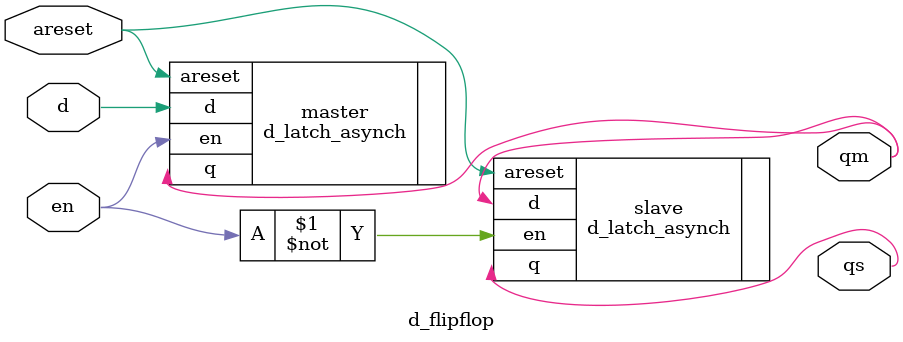
<source format=sv>
`timescale 1ns / 1ps


module d_flipflop(
        input logic d,
        input logic en,
        input logic areset,
        output logic qm,
        output logic qs

    );
    
    d_latch_asynch master(.d(d), .en(en), .areset(areset), .q(qm));
    d_latch_asynch slave(.d(qm), .en(~en), .areset(areset), .q(qs));
    
endmodule

</source>
